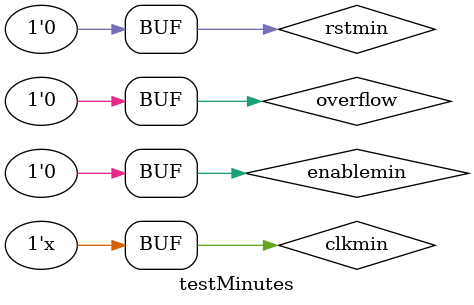
<source format=v>
`timescale 1ns / 1ps


module testMinutes;

	// Inputs
	reg clkmin;
	reg rstmin;
	reg enablemin;
	reg overflow;

	// Outputs
	wire [6:0] countmin;

	// Instantiate the Unit Under Test (UUT)
	minutes uut (
		.clkmin(clkmin), 
		.rstmin(rstmin), 
		.enablemin(enablemin), 
		.countmin(countmin), 
		.overflow(overflow)
	);

	initial begin
		// Initialize Inputs
		clkmin = 0;
		rstmin = 1;
		enablemin = 0;
		overflow = 0;

		// Wait 100 ns for global reset to finish
		#100;
		
		rstmin = 0;
		enablemin = 0; // enable is off so countmin is 0 here
		
		#1000;
		
		overflow = 1; // overflow is on so countmin starts increasing
		
		#1000;
		
		overflow = 0; // overflow is off so countmin stops
		
		#1000;
        
		// Add stimulus here

	end
	
	always begin
		#10 clkmin = ~clkmin;
	end
      
endmodule


</source>
